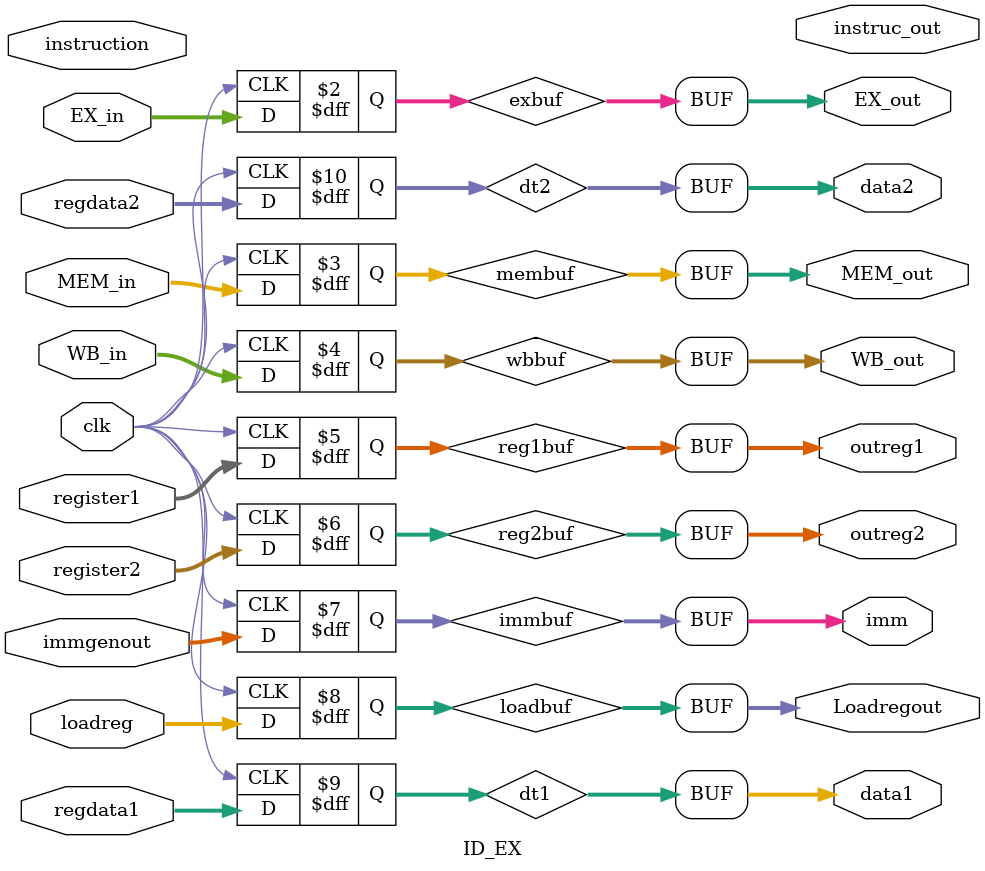
<source format=v>
module ID_EX #(parameter N=32)(input clk,input [2:0]EX_in,input [2:0]MEM_in,
             input [1:0]WB_in,input [4:0]register1,input [4:0]register2,
             input [4:0]loadreg,input [N-1:0]immgenout,input [N-1:0]instruction,
             input [N-1:0]regdata1,input [N-1:0]regdata2,
             output [4:0]outreg1,output [4:0]outreg2,
             output [4:0]Loadregout,output [2:0]EX_out,output [2:0]MEM_out,
             output [1:0]WB_out,output [N-1:0]imm,output [N-1:0]instruc_out,
             output [N-1:0]data1,output [N-1:0]data2);
/*The Control outputs are divided into three categories EX,MEM,WB to pass on the values 
to the respective stages from this pipeline register as these values change on 
every clock cycle*/
/*(In order 2,1,0)
EX- Aluop,Alusrc
MEM- memread,memwrite,branch
WB- memtoreg,regwrite
*/

reg [2:0]exbuf;
reg[2:0]membuf;
reg[1:0]wbbuf;
reg [4:0]reg1buf;
reg [4:0]reg2buf;
reg [N-1:0]immbuf;
reg [4:0]loadbuf;
reg [N-1:0]dt1;
reg [N-1:0]dt2;
always@(posedge clk) begin
exbuf<=EX_in;
membuf<=MEM_in;
wbbuf<=WB_in;
reg1buf<=register1;
reg2buf<=register2;
immbuf<=immgenout;
loadbuf<=loadreg;
dt1<=regdata1;
dt2<=regdata2;
end

assign EX_out=exbuf;
assign MEM_out=membuf;
assign WB_out=wbbuf;
assign outreg1=reg1buf;
assign outreg2=reg2buf;
assign imm=immbuf;
assign Loadregout=loadbuf;
assign data1=dt1;
assign data2=dt2;

endmodule
</source>
